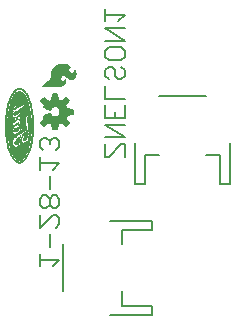
<source format=gbo>
G75*
G70*
%OFA0B0*%
%FSLAX24Y24*%
%IPPOS*%
%LPD*%
%AMOC8*
5,1,8,0,0,1.08239X$1,22.5*
%
%ADD10C,0.0060*%
%ADD11R,0.0010X0.0240*%
%ADD12R,0.0010X0.0550*%
%ADD13R,0.0010X0.0710*%
%ADD14R,0.0010X0.0860*%
%ADD15R,0.0010X0.1010*%
%ADD16R,0.0010X0.0450*%
%ADD17R,0.0010X0.0340*%
%ADD18R,0.0010X0.0300*%
%ADD19R,0.0010X0.0310*%
%ADD20R,0.0010X0.0270*%
%ADD21R,0.0010X0.0250*%
%ADD22R,0.0010X0.0540*%
%ADD23R,0.0010X0.0210*%
%ADD24R,0.0010X0.0690*%
%ADD25R,0.0010X0.0170*%
%ADD26R,0.0010X0.0830*%
%ADD27R,0.0010X0.0180*%
%ADD28R,0.0010X0.0150*%
%ADD29R,0.0010X0.0970*%
%ADD30R,0.0010X0.0160*%
%ADD31R,0.0010X0.1100*%
%ADD32R,0.0010X0.1230*%
%ADD33R,0.0010X0.0140*%
%ADD34R,0.0010X0.1330*%
%ADD35R,0.0010X0.1390*%
%ADD36R,0.0010X0.0130*%
%ADD37R,0.0010X0.1470*%
%ADD38R,0.0010X0.0120*%
%ADD39R,0.0010X0.1560*%
%ADD40R,0.0010X0.0110*%
%ADD41R,0.0010X0.1610*%
%ADD42R,0.0010X0.0100*%
%ADD43R,0.0010X0.1670*%
%ADD44R,0.0010X0.1720*%
%ADD45R,0.0010X0.1770*%
%ADD46R,0.0010X0.0090*%
%ADD47R,0.0010X0.1810*%
%ADD48R,0.0010X0.0080*%
%ADD49R,0.0010X0.0260*%
%ADD50R,0.0010X0.0400*%
%ADD51R,0.0010X0.0230*%
%ADD52R,0.0010X0.0050*%
%ADD53R,0.0010X0.0070*%
%ADD54R,0.0010X0.0320*%
%ADD55R,0.0010X0.0010*%
%ADD56R,0.0010X0.0040*%
%ADD57R,0.0010X0.0330*%
%ADD58R,0.0010X0.0020*%
%ADD59R,0.0010X0.0200*%
%ADD60R,0.0010X0.0030*%
%ADD61R,0.0010X0.0410*%
%ADD62R,0.0010X0.0060*%
%ADD63R,0.0010X0.0420*%
%ADD64R,0.0010X0.0360*%
%ADD65R,0.0010X0.0370*%
%ADD66R,0.0010X0.0380*%
%ADD67R,0.0010X0.0430*%
%ADD68R,0.0010X0.0390*%
%ADD69R,0.0010X0.0440*%
%ADD70R,0.0010X0.0190*%
%ADD71R,0.0010X0.0560*%
%ADD72R,0.0010X0.0220*%
%ADD73R,0.0010X0.0460*%
%ADD74R,0.0010X0.0470*%
%ADD75R,0.0010X0.0490*%
%ADD76R,0.0010X0.0500*%
%ADD77R,0.0010X0.0510*%
%ADD78R,0.0010X0.0520*%
%ADD79R,0.0010X0.0530*%
%ADD80R,0.0010X0.0750*%
%ADD81R,0.0010X0.0740*%
%ADD82R,0.0010X0.0730*%
%ADD83R,0.0010X0.0840*%
%ADD84R,0.0010X0.0670*%
%ADD85R,0.0010X0.0650*%
%ADD86R,0.0010X0.0480*%
%ADD87R,0.0010X0.0620*%
%ADD88R,0.0010X0.0700*%
%ADD89R,0.0010X0.0610*%
%ADD90R,0.0010X0.0590*%
%ADD91R,0.0010X0.0580*%
%ADD92R,0.0010X0.1140*%
%ADD93R,0.0010X0.1130*%
%ADD94R,0.0010X0.1200*%
%ADD95R,0.0010X0.0780*%
%ADD96R,0.0010X0.0290*%
%ADD97R,0.0010X0.0640*%
%ADD98R,0.0010X0.0570*%
%ADD99R,0.0010X0.0280*%
%ADD100R,0.0010X0.0350*%
%ADD101R,0.0010X0.0850*%
%ADD102R,0.0010X0.0880*%
%ADD103R,0.0010X0.0900*%
%ADD104R,0.0010X0.1240*%
%ADD105R,0.0010X0.1110*%
%ADD106R,0.0010X0.0870*%
%ADD107R,0.0010X0.0720*%
%ADD108C,0.0010*%
%ADD109C,0.0059*%
%ADD110C,0.0080*%
D10*
X005166Y003199D02*
X005166Y003626D01*
X005166Y003413D02*
X005807Y003413D01*
X005593Y003199D01*
X005486Y003844D02*
X005486Y004271D01*
X005700Y004488D02*
X005807Y004595D01*
X005807Y004808D01*
X005700Y004915D01*
X005593Y004915D01*
X005166Y004488D01*
X005166Y004915D01*
X005273Y005133D02*
X005379Y005133D01*
X005486Y005239D01*
X005486Y005453D01*
X005379Y005560D01*
X005273Y005560D01*
X005166Y005453D01*
X005166Y005239D01*
X005273Y005133D01*
X005486Y005239D02*
X005593Y005133D01*
X005700Y005133D01*
X005807Y005239D01*
X005807Y005453D01*
X005700Y005560D01*
X005593Y005560D01*
X005486Y005453D01*
X005486Y005777D02*
X005486Y006204D01*
X005593Y006422D02*
X005807Y006635D01*
X005166Y006635D01*
X005166Y006422D02*
X005166Y006849D01*
X005273Y007066D02*
X005166Y007173D01*
X005166Y007387D01*
X005273Y007493D01*
X005379Y007493D01*
X005486Y007387D01*
X005486Y007280D01*
X005486Y007387D02*
X005593Y007493D01*
X005700Y007493D01*
X005807Y007387D01*
X005807Y007173D01*
X005700Y007066D01*
X007346Y007276D02*
X007346Y006849D01*
X007453Y006849D01*
X007880Y007276D01*
X007987Y007276D01*
X007987Y006849D01*
X007987Y007494D02*
X007346Y007494D01*
X007346Y007921D02*
X007987Y007921D01*
X007987Y008138D02*
X007346Y008138D01*
X007346Y008565D01*
X007346Y008783D02*
X007346Y009210D01*
X007453Y009427D02*
X007346Y009534D01*
X007346Y009747D01*
X007453Y009854D01*
X007559Y009854D01*
X007666Y009747D01*
X007666Y009534D01*
X007773Y009427D01*
X007880Y009427D01*
X007987Y009534D01*
X007987Y009747D01*
X007880Y009854D01*
X007880Y010072D02*
X007453Y010072D01*
X007346Y010179D01*
X007346Y010392D01*
X007453Y010499D01*
X007880Y010499D01*
X007987Y010392D01*
X007987Y010179D01*
X007880Y010072D01*
X007987Y010716D02*
X007346Y010716D01*
X007346Y011143D02*
X007987Y011143D01*
X007773Y011361D02*
X007987Y011574D01*
X007346Y011574D01*
X007346Y011361D02*
X007346Y011788D01*
X007346Y011143D02*
X007987Y010716D01*
X007987Y008783D02*
X007346Y008783D01*
X007666Y008352D02*
X007666Y008138D01*
X007987Y008138D02*
X007987Y008565D01*
X007346Y007921D02*
X007987Y007494D01*
D11*
X004476Y007384D03*
X004466Y007374D03*
X004026Y007884D03*
D12*
X004036Y007879D03*
X004456Y008759D03*
X004476Y008769D03*
X004486Y008769D03*
X004886Y007879D03*
D13*
X004046Y007879D03*
D14*
X004056Y007884D03*
D15*
X004066Y007879D03*
X004936Y007879D03*
D16*
X004786Y008459D03*
X004596Y008789D03*
X004396Y008779D03*
X004076Y008229D03*
X004076Y007539D03*
X004436Y006959D03*
X004706Y007109D03*
D17*
X004806Y007314D03*
X004316Y007024D03*
X004086Y007434D03*
X004086Y008334D03*
D18*
X004266Y007524D03*
X004096Y007374D03*
X004726Y007554D03*
X004736Y007564D03*
D19*
X004266Y007109D03*
X004276Y007089D03*
X004096Y008389D03*
D20*
X004106Y008449D03*
X004106Y007319D03*
D21*
X004116Y007259D03*
X004276Y007519D03*
X004976Y007879D03*
X004116Y008509D03*
D22*
X004496Y008774D03*
X004756Y008504D03*
X004116Y007884D03*
X004626Y007054D03*
X004516Y006984D03*
D23*
X004426Y007349D03*
X004496Y007409D03*
X004506Y007419D03*
X004516Y007419D03*
X004286Y007529D03*
X004126Y007209D03*
X004896Y007279D03*
X004296Y008079D03*
X004286Y008079D03*
X004126Y008559D03*
X004896Y008489D03*
D24*
X004716Y008519D03*
X004636Y008159D03*
X004626Y008159D03*
X004616Y008149D03*
X004606Y008149D03*
X004876Y007879D03*
X004126Y007879D03*
D25*
X004326Y008079D03*
X004336Y008079D03*
X004776Y008069D03*
X004866Y008609D03*
X004386Y007329D03*
X004136Y007159D03*
X004866Y007159D03*
D26*
X004866Y007879D03*
X004136Y007879D03*
D27*
X004316Y008074D03*
X004136Y008604D03*
D28*
X004156Y008679D03*
X004406Y008309D03*
X004846Y008679D03*
X004716Y007819D03*
X004556Y007689D03*
X004856Y007119D03*
X004846Y007089D03*
X004836Y007059D03*
X004826Y007029D03*
X004176Y007029D03*
X004166Y007059D03*
X004156Y007089D03*
X004146Y007119D03*
D29*
X004146Y007879D03*
X004856Y007879D03*
D30*
X004346Y008084D03*
X004146Y008644D03*
X004856Y008644D03*
D31*
X004156Y007884D03*
D32*
X004166Y007879D03*
D33*
X004266Y007814D03*
X004386Y007744D03*
X004396Y007754D03*
X004406Y007754D03*
X004416Y007754D03*
X004526Y007674D03*
X004376Y007324D03*
X004186Y007004D03*
X004196Y006984D03*
X004376Y008294D03*
X004396Y008304D03*
X004416Y008314D03*
X004426Y008314D03*
X004166Y008704D03*
X004176Y008734D03*
X004826Y008734D03*
X004836Y008704D03*
D34*
X004826Y007879D03*
X004176Y007879D03*
D35*
X004186Y007879D03*
D36*
X004276Y007829D03*
X004366Y007739D03*
X004376Y007739D03*
X004426Y007759D03*
X004436Y007769D03*
X004446Y007769D03*
X004516Y007659D03*
X004296Y007489D03*
X004816Y006999D03*
X004526Y008229D03*
X004436Y008319D03*
X004386Y008299D03*
X004366Y008289D03*
X004186Y008759D03*
X004196Y008779D03*
D37*
X004196Y007879D03*
D38*
X004356Y007734D03*
X004456Y007774D03*
X004506Y007644D03*
X004356Y007544D03*
X004306Y007494D03*
X004366Y007314D03*
X004676Y007454D03*
X004686Y007454D03*
X004696Y007454D03*
X004696Y007604D03*
X004436Y008134D03*
X004356Y008284D03*
X004446Y008324D03*
X004456Y008334D03*
X004816Y008764D03*
X004216Y008824D03*
X004206Y008804D03*
X004206Y006964D03*
D39*
X004206Y007884D03*
D40*
X004286Y007839D03*
X004296Y007849D03*
X004346Y007729D03*
X004416Y007579D03*
X004396Y007569D03*
X004386Y007559D03*
X004366Y007549D03*
X004346Y007539D03*
X004336Y007529D03*
X004496Y007639D03*
X004596Y007539D03*
X004666Y007589D03*
X004686Y007599D03*
X004666Y007449D03*
X004726Y007809D03*
X004526Y007899D03*
X004426Y008129D03*
X004346Y008279D03*
X004806Y006969D03*
X004216Y006939D03*
D41*
X004216Y007879D03*
D42*
X004416Y008124D03*
X004516Y008224D03*
X004466Y008334D03*
X004266Y008314D03*
X004466Y007774D03*
X004336Y007724D03*
X004406Y007574D03*
X004426Y007584D03*
X004456Y007604D03*
X004476Y007614D03*
X004486Y007624D03*
X004376Y007554D03*
X004326Y007514D03*
X004316Y007504D03*
X004356Y007314D03*
X004616Y007554D03*
X004626Y007564D03*
X004636Y007574D03*
X004646Y007584D03*
X004656Y007584D03*
X004676Y007594D03*
X004796Y006944D03*
X004756Y006864D03*
X004746Y006844D03*
X004246Y006874D03*
X004236Y006894D03*
X004226Y006914D03*
X004226Y008844D03*
X004236Y008864D03*
X004746Y008914D03*
X004756Y008894D03*
X004766Y008874D03*
X004776Y008854D03*
X004786Y008834D03*
X004796Y008814D03*
X004806Y008794D03*
D43*
X004226Y007879D03*
D44*
X004236Y007884D03*
D45*
X004246Y007879D03*
D46*
X004306Y007859D03*
X004316Y007869D03*
X004326Y007879D03*
X004336Y007879D03*
X004346Y007889D03*
X004516Y007899D03*
X004466Y007609D03*
X004446Y007599D03*
X004436Y007589D03*
X004606Y007549D03*
X004656Y007439D03*
X004786Y006929D03*
X004776Y006909D03*
X004766Y006889D03*
X004736Y006829D03*
X004266Y006839D03*
X004256Y006859D03*
X004336Y008269D03*
X004476Y008339D03*
X004246Y008889D03*
D47*
X004256Y007879D03*
D48*
X004356Y007894D03*
X004366Y007904D03*
X004376Y007914D03*
X004386Y007914D03*
X004396Y007924D03*
X004476Y007784D03*
X004606Y007694D03*
X004586Y007504D03*
X004646Y007434D03*
X004326Y007724D03*
X004506Y008224D03*
X004326Y008264D03*
X004376Y008474D03*
X004386Y008474D03*
X004396Y008484D03*
X004256Y008904D03*
X004266Y008924D03*
X004296Y008974D03*
X004726Y008954D03*
X004736Y008934D03*
X004276Y006824D03*
X004286Y006804D03*
X004296Y006794D03*
X004726Y006814D03*
D49*
X004916Y007394D03*
X004696Y007854D03*
X004266Y008094D03*
X004916Y008374D03*
D50*
X004626Y008784D03*
X004296Y008674D03*
X004286Y008654D03*
X004276Y008634D03*
X004266Y008614D03*
D51*
X004276Y008079D03*
X004486Y007399D03*
X004456Y007369D03*
X004906Y007339D03*
X004906Y008429D03*
D52*
X004476Y008209D03*
X004466Y008199D03*
X004366Y008039D03*
X004436Y007949D03*
X004456Y007959D03*
X004486Y007889D03*
X004666Y007729D03*
X004656Y007719D03*
X004566Y007459D03*
X004606Y006689D03*
X004586Y006679D03*
X004566Y006669D03*
X004556Y006669D03*
X004536Y006659D03*
X004526Y006659D03*
X004486Y006659D03*
X004476Y006659D03*
X004466Y006659D03*
X004446Y006669D03*
X004436Y006669D03*
X004416Y006679D03*
X004396Y006689D03*
X004276Y008329D03*
X004396Y009079D03*
X004416Y009089D03*
X004436Y009099D03*
X004446Y009099D03*
X004466Y009109D03*
X004476Y009109D03*
X004486Y009109D03*
X004496Y009109D03*
X004506Y009109D03*
X004516Y009109D03*
X004526Y009109D03*
X004536Y009109D03*
X004556Y009099D03*
X004566Y009099D03*
X004586Y009089D03*
X004606Y009079D03*
D53*
X004716Y008969D03*
X004316Y008999D03*
X004306Y008989D03*
X004286Y008959D03*
X004276Y008939D03*
X004366Y008459D03*
X004496Y008219D03*
X004406Y008119D03*
X004356Y008049D03*
X004416Y007939D03*
X004406Y007929D03*
X004506Y007899D03*
X004566Y007719D03*
X004616Y007699D03*
X004736Y007809D03*
X004716Y006799D03*
X004316Y006769D03*
X004306Y006779D03*
D54*
X004296Y007054D03*
X004286Y007074D03*
X004786Y008044D03*
D55*
X004496Y008059D03*
X004466Y008089D03*
X004456Y007879D03*
X004506Y007809D03*
X004516Y007809D03*
X004596Y007659D03*
X004316Y007619D03*
X004286Y008339D03*
X004486Y008419D03*
X004496Y008419D03*
D56*
X004516Y008414D03*
X004326Y008434D03*
X004456Y008194D03*
X004446Y008184D03*
X004466Y007974D03*
X004616Y007774D03*
X004626Y007774D03*
X004636Y007774D03*
X004746Y007804D03*
X004786Y007604D03*
X004636Y007424D03*
X004546Y007534D03*
X004296Y007604D03*
X004346Y007304D03*
X004496Y006654D03*
X004506Y006654D03*
X004516Y006654D03*
D57*
X004306Y007039D03*
D58*
X004306Y007614D03*
X004466Y007884D03*
X004386Y008034D03*
X004456Y008084D03*
X004506Y008064D03*
X004356Y008154D03*
X004656Y007784D03*
D59*
X004306Y008074D03*
X004886Y008534D03*
X004416Y007344D03*
X004406Y007344D03*
X004886Y007234D03*
D60*
X004646Y007779D03*
X004606Y007769D03*
X004526Y007809D03*
X004496Y007799D03*
X004476Y007889D03*
X004476Y007979D03*
X004516Y008069D03*
X004446Y008089D03*
X004396Y008119D03*
X004376Y008039D03*
X004306Y008259D03*
X004316Y008419D03*
X004506Y008419D03*
D61*
X004306Y008689D03*
X004736Y007149D03*
X004386Y006969D03*
D62*
X004326Y006754D03*
X004336Y006744D03*
X004346Y006734D03*
X004356Y006724D03*
X004366Y006714D03*
X004376Y006704D03*
X004386Y006694D03*
X004406Y006684D03*
X004426Y006674D03*
X004456Y006664D03*
X004546Y006664D03*
X004576Y006674D03*
X004596Y006684D03*
X004616Y006694D03*
X004626Y006704D03*
X004636Y006714D03*
X004646Y006724D03*
X004656Y006734D03*
X004666Y006744D03*
X004676Y006754D03*
X004686Y006764D03*
X004696Y006774D03*
X004706Y006784D03*
X004576Y007484D03*
X004536Y007514D03*
X004526Y007504D03*
X004626Y007704D03*
X004636Y007704D03*
X004646Y007714D03*
X004676Y007734D03*
X004486Y007794D03*
X004496Y007894D03*
X004446Y007954D03*
X004426Y007944D03*
X004526Y008064D03*
X004486Y008214D03*
X004486Y008344D03*
X004526Y008414D03*
X004356Y008454D03*
X004346Y008444D03*
X004336Y008444D03*
X004316Y008264D03*
X004316Y007724D03*
X004326Y009014D03*
X004336Y009024D03*
X004346Y009034D03*
X004356Y009044D03*
X004366Y009054D03*
X004376Y009064D03*
X004386Y009074D03*
X004406Y009084D03*
X004426Y009094D03*
X004456Y009104D03*
X004546Y009104D03*
X004576Y009094D03*
X004596Y009084D03*
X004616Y009074D03*
X004626Y009064D03*
X004636Y009054D03*
X004646Y009044D03*
X004656Y009034D03*
X004666Y009024D03*
X004676Y009014D03*
X004686Y009004D03*
X004696Y008994D03*
X004706Y008984D03*
D63*
X004616Y008784D03*
X004336Y008734D03*
X004326Y008714D03*
X004316Y008704D03*
X004726Y007134D03*
X004406Y006964D03*
X004396Y006964D03*
D64*
X004326Y007014D03*
X004766Y007204D03*
X004816Y007364D03*
X004926Y008274D03*
D65*
X004646Y008779D03*
X004926Y007489D03*
X004336Y006999D03*
D66*
X004346Y006994D03*
X004356Y006984D03*
X004366Y006984D03*
X004756Y007184D03*
X004536Y007794D03*
D67*
X004536Y008239D03*
X004346Y008739D03*
X004356Y008749D03*
X004366Y008759D03*
X004606Y008789D03*
X004416Y006959D03*
D68*
X004376Y006979D03*
X004746Y007169D03*
X004636Y008779D03*
D69*
X004386Y008774D03*
X004376Y008764D03*
X004716Y007124D03*
X004426Y006964D03*
D70*
X004396Y007339D03*
X004776Y007589D03*
X004876Y007199D03*
X004876Y008569D03*
D71*
X004466Y008764D03*
X004446Y008754D03*
X004436Y008744D03*
X004426Y008744D03*
X004416Y008734D03*
X004406Y008734D03*
X004616Y007044D03*
D72*
X004436Y007354D03*
X004446Y007364D03*
X004706Y007844D03*
D73*
X004696Y007094D03*
X004446Y006954D03*
X004586Y008784D03*
D74*
X004576Y008789D03*
X004456Y006959D03*
D75*
X004466Y006959D03*
X004676Y007079D03*
X004556Y008789D03*
D76*
X004546Y008784D03*
X004476Y006964D03*
D77*
X004486Y006969D03*
X004666Y007069D03*
X004766Y008489D03*
D78*
X004536Y008784D03*
X004526Y008784D03*
X004656Y007064D03*
X004496Y006974D03*
D79*
X004506Y006979D03*
X004636Y007059D03*
X004646Y007059D03*
X004516Y008779D03*
X004506Y008779D03*
D80*
X004556Y007099D03*
X004526Y007089D03*
D81*
X004536Y007084D03*
D82*
X004546Y007089D03*
X004706Y008519D03*
D83*
X004546Y008034D03*
D84*
X004556Y008129D03*
X004566Y008129D03*
D85*
X004566Y007059D03*
D86*
X004686Y007084D03*
X004776Y008474D03*
X004566Y008784D03*
D87*
X004576Y007054D03*
D88*
X004576Y008124D03*
X004586Y008124D03*
X004596Y008134D03*
X004646Y008164D03*
D89*
X004736Y008509D03*
X004586Y007049D03*
D90*
X004596Y007049D03*
D91*
X004606Y007044D03*
D92*
X004656Y008384D03*
D93*
X004666Y008379D03*
X004676Y008359D03*
D94*
X004686Y008314D03*
D95*
X004696Y008504D03*
D96*
X004746Y007579D03*
X004716Y007549D03*
X004706Y007539D03*
D97*
X004726Y008514D03*
D98*
X004746Y008509D03*
X004966Y007879D03*
D99*
X004766Y007614D03*
X004756Y007594D03*
D100*
X004796Y007279D03*
X004786Y007249D03*
X004776Y007219D03*
D101*
X004796Y008239D03*
D102*
X004806Y008184D03*
D103*
X004816Y008124D03*
D104*
X004836Y007884D03*
D105*
X004846Y007879D03*
D106*
X004946Y007879D03*
D107*
X004956Y007884D03*
D108*
X005247Y009219D02*
X005463Y009411D01*
X005494Y009445D01*
X005518Y009485D01*
X005523Y009500D01*
X005526Y009515D01*
X005526Y009605D01*
X005531Y009659D01*
X005545Y009711D01*
X005569Y009759D01*
X005601Y009805D01*
X005639Y009845D01*
X005683Y009880D01*
X005749Y009917D01*
X005821Y009942D01*
X005896Y009953D01*
X005972Y009951D01*
X006013Y009943D01*
X006052Y009929D01*
X006089Y009909D01*
X006134Y009873D01*
X006170Y009829D01*
X006135Y009829D01*
X006129Y009828D01*
X006124Y009826D01*
X006110Y009814D01*
X006099Y009799D01*
X006096Y009791D01*
X006094Y009768D01*
X006098Y009746D01*
X006108Y009726D01*
X006134Y009690D01*
X006148Y009673D01*
X006165Y009659D01*
X006184Y009648D01*
X006204Y009639D01*
X006217Y009636D01*
X006230Y009637D01*
X006252Y009644D01*
X006271Y009656D01*
X006347Y009656D01*
X006347Y009661D02*
X006350Y009626D01*
X006347Y009592D01*
X006338Y009559D01*
X006323Y009528D01*
X006301Y009497D01*
X006275Y009470D01*
X006251Y009453D01*
X006224Y009443D01*
X006195Y009439D01*
X006166Y009443D01*
X006139Y009454D01*
X006070Y009501D01*
X006009Y009558D01*
X005991Y009573D01*
X005970Y009583D01*
X005947Y009587D01*
X005924Y009586D01*
X005902Y009578D01*
X005883Y009565D01*
X005868Y009547D01*
X005856Y009525D01*
X005848Y009501D01*
X005844Y009476D01*
X005845Y009447D01*
X005854Y009419D01*
X005869Y009394D01*
X005883Y009381D01*
X005900Y009372D01*
X005918Y009368D01*
X005935Y009368D01*
X005953Y009372D01*
X005960Y009376D01*
X005965Y009381D01*
X005989Y009414D01*
X005992Y009420D01*
X005994Y009427D01*
X005993Y009434D01*
X005996Y009415D01*
X005999Y009378D01*
X005996Y009341D01*
X005989Y009314D01*
X005976Y009288D01*
X005959Y009266D01*
X005937Y009247D01*
X005908Y009231D01*
X005877Y009222D01*
X005844Y009219D01*
X005247Y009219D01*
X005251Y009222D02*
X005878Y009222D01*
X005907Y009231D02*
X005260Y009231D01*
X005270Y009239D02*
X005923Y009239D01*
X005938Y009248D02*
X005279Y009248D01*
X005289Y009256D02*
X005948Y009256D01*
X005958Y009265D02*
X005298Y009265D01*
X005308Y009273D02*
X005965Y009273D01*
X005971Y009282D02*
X005318Y009282D01*
X005327Y009290D02*
X005977Y009290D01*
X005981Y009299D02*
X005337Y009299D01*
X005346Y009307D02*
X005986Y009307D01*
X005989Y009316D02*
X005356Y009316D01*
X005365Y009324D02*
X005992Y009324D01*
X005994Y009333D02*
X005375Y009333D01*
X005385Y009341D02*
X005996Y009341D01*
X005997Y009350D02*
X005394Y009350D01*
X005404Y009358D02*
X005997Y009358D01*
X005998Y009367D02*
X005413Y009367D01*
X005423Y009375D02*
X005894Y009375D01*
X005880Y009384D02*
X005432Y009384D01*
X005442Y009392D02*
X005871Y009392D01*
X005865Y009401D02*
X005452Y009401D01*
X005461Y009409D02*
X005860Y009409D01*
X005855Y009418D02*
X005469Y009418D01*
X005477Y009426D02*
X005852Y009426D01*
X005849Y009435D02*
X005485Y009435D01*
X005493Y009443D02*
X005847Y009443D01*
X005845Y009452D02*
X005498Y009452D01*
X005503Y009460D02*
X005845Y009460D01*
X005844Y009469D02*
X005508Y009469D01*
X005513Y009477D02*
X005844Y009477D01*
X005846Y009486D02*
X005518Y009486D01*
X005521Y009494D02*
X005847Y009494D01*
X005849Y009503D02*
X005524Y009503D01*
X005525Y009511D02*
X005851Y009511D01*
X005854Y009520D02*
X005526Y009520D01*
X005526Y009528D02*
X005858Y009528D01*
X005862Y009537D02*
X005526Y009537D01*
X005526Y009545D02*
X005867Y009545D01*
X005874Y009554D02*
X005526Y009554D01*
X005526Y009562D02*
X005881Y009562D01*
X005892Y009571D02*
X005526Y009571D01*
X005526Y009579D02*
X005907Y009579D01*
X005978Y009579D02*
X006344Y009579D01*
X006342Y009571D02*
X005994Y009571D01*
X006004Y009562D02*
X006339Y009562D01*
X006336Y009554D02*
X006013Y009554D01*
X006022Y009545D02*
X006332Y009545D01*
X006327Y009537D02*
X006031Y009537D01*
X006040Y009528D02*
X006323Y009528D01*
X006317Y009520D02*
X006050Y009520D01*
X006059Y009511D02*
X006311Y009511D01*
X006305Y009503D02*
X006068Y009503D01*
X006079Y009494D02*
X006298Y009494D01*
X006290Y009486D02*
X006092Y009486D01*
X006104Y009477D02*
X006282Y009477D01*
X006273Y009469D02*
X006117Y009469D01*
X006130Y009460D02*
X006261Y009460D01*
X006248Y009452D02*
X006144Y009452D01*
X006165Y009443D02*
X006226Y009443D01*
X006346Y009588D02*
X005526Y009588D01*
X005526Y009596D02*
X006348Y009596D01*
X006348Y009605D02*
X005526Y009605D01*
X005527Y009613D02*
X006349Y009613D01*
X006350Y009622D02*
X005528Y009622D01*
X005528Y009630D02*
X006350Y009630D01*
X006349Y009639D02*
X006236Y009639D01*
X006258Y009647D02*
X006348Y009647D01*
X006347Y009661D02*
X006338Y009696D01*
X006334Y009705D01*
X006328Y009719D01*
X006319Y009739D01*
X006306Y009756D01*
X006305Y009757D01*
X006305Y009757D01*
X006305Y009733D01*
X006303Y009712D01*
X006297Y009692D01*
X006286Y009672D01*
X006271Y009656D01*
X006279Y009664D02*
X006346Y009664D01*
X006344Y009673D02*
X006287Y009673D01*
X006291Y009681D02*
X006342Y009681D01*
X006340Y009690D02*
X006296Y009690D01*
X006299Y009698D02*
X006337Y009698D01*
X006333Y009707D02*
X006301Y009707D01*
X006303Y009715D02*
X006330Y009715D01*
X006326Y009724D02*
X006304Y009724D01*
X006305Y009732D02*
X006322Y009732D01*
X006318Y009741D02*
X006305Y009741D01*
X006305Y009749D02*
X006311Y009749D01*
X006205Y009639D02*
X005529Y009639D01*
X005530Y009647D02*
X006184Y009647D01*
X006170Y009656D02*
X005531Y009656D01*
X005532Y009664D02*
X006159Y009664D01*
X006149Y009673D02*
X005535Y009673D01*
X005537Y009681D02*
X006141Y009681D01*
X006134Y009690D02*
X005540Y009690D01*
X005542Y009698D02*
X006128Y009698D01*
X006122Y009707D02*
X005544Y009707D01*
X005548Y009715D02*
X006116Y009715D01*
X006110Y009724D02*
X005552Y009724D01*
X005556Y009732D02*
X006105Y009732D01*
X006100Y009741D02*
X005560Y009741D01*
X005564Y009749D02*
X006097Y009749D01*
X006096Y009758D02*
X005568Y009758D01*
X005574Y009766D02*
X006094Y009766D01*
X006094Y009775D02*
X005580Y009775D01*
X005586Y009783D02*
X006095Y009783D01*
X006096Y009792D02*
X005592Y009792D01*
X005598Y009800D02*
X006100Y009800D01*
X006106Y009809D02*
X005605Y009809D01*
X005613Y009817D02*
X006113Y009817D01*
X006124Y009826D02*
X005621Y009826D01*
X005629Y009834D02*
X006166Y009834D01*
X006159Y009843D02*
X005637Y009843D01*
X005647Y009851D02*
X006152Y009851D01*
X006145Y009860D02*
X005658Y009860D01*
X005668Y009868D02*
X006138Y009868D01*
X006129Y009877D02*
X005679Y009877D01*
X005692Y009885D02*
X006119Y009885D01*
X006108Y009894D02*
X005707Y009894D01*
X005723Y009902D02*
X006097Y009902D01*
X006086Y009911D02*
X005738Y009911D01*
X005755Y009919D02*
X006070Y009919D01*
X006054Y009928D02*
X005780Y009928D01*
X005804Y009936D02*
X006031Y009936D01*
X006003Y009945D02*
X005840Y009945D01*
X005896Y009953D02*
X005898Y009953D01*
X005994Y009426D02*
X005994Y009426D01*
X005991Y009418D02*
X005996Y009418D01*
X005996Y009409D02*
X005986Y009409D01*
X005979Y009401D02*
X005997Y009401D01*
X005998Y009392D02*
X005973Y009392D01*
X005967Y009384D02*
X005998Y009384D01*
X005999Y009375D02*
X005959Y009375D01*
D109*
X005738Y008935D02*
X005594Y008935D01*
X005575Y008745D01*
X005511Y008724D01*
X005451Y008693D01*
X005302Y008814D01*
X005201Y008713D01*
X005322Y008564D01*
X005291Y008504D01*
X005495Y008420D01*
X005517Y008458D01*
X005547Y008490D01*
X005584Y008515D01*
X005626Y008529D01*
X005670Y008533D01*
X005714Y008527D01*
X005755Y008511D01*
X005791Y008485D01*
X005819Y008452D01*
X005839Y008412D01*
X005849Y008369D01*
X005849Y008325D01*
X005838Y008282D01*
X005817Y008243D01*
X005788Y008210D01*
X005751Y008185D01*
X005710Y008170D01*
X005666Y008164D01*
X005623Y008170D01*
X005582Y008185D01*
X005546Y008209D01*
X005517Y008241D01*
X005495Y008278D01*
X005291Y008194D01*
X005322Y008134D01*
X005201Y007985D01*
X005302Y007884D01*
X005451Y008005D01*
X005511Y007974D01*
X005575Y007953D01*
X005594Y007763D01*
X005738Y007763D01*
X005757Y007953D01*
X005821Y007974D01*
X005881Y008005D01*
X006030Y007884D01*
X006131Y007985D01*
X006010Y008134D01*
X006041Y008194D01*
X006062Y008258D01*
X006252Y008277D01*
X006252Y008421D01*
X006062Y008440D01*
X006041Y008504D01*
X006010Y008564D01*
X006131Y008713D01*
X006030Y008814D01*
X005881Y008693D01*
X005821Y008724D01*
X005757Y008745D01*
X005738Y008935D01*
X005740Y008915D02*
X005592Y008915D01*
X005586Y008857D02*
X005746Y008857D01*
X005752Y008800D02*
X005580Y008800D01*
X005567Y008742D02*
X005765Y008742D01*
X005941Y008742D02*
X006102Y008742D01*
X006109Y008685D02*
X005223Y008685D01*
X005230Y008742D02*
X005391Y008742D01*
X005320Y008800D02*
X005288Y008800D01*
X005270Y008627D02*
X006062Y008627D01*
X006015Y008570D02*
X005317Y008570D01*
X005295Y008512D02*
X005581Y008512D01*
X005515Y008455D02*
X005411Y008455D01*
X005365Y008224D02*
X005532Y008224D01*
X005646Y008167D02*
X005305Y008167D01*
X005302Y008109D02*
X006030Y008109D01*
X006027Y008167D02*
X005685Y008167D01*
X005800Y008224D02*
X006051Y008224D01*
X006077Y008052D02*
X005255Y008052D01*
X005208Y007994D02*
X005438Y007994D01*
X005471Y007994D02*
X005861Y007994D01*
X005894Y007994D02*
X006124Y007994D01*
X006082Y007937D02*
X005965Y007937D01*
X005756Y007937D02*
X005576Y007937D01*
X005582Y007879D02*
X005750Y007879D01*
X005744Y007821D02*
X005588Y007821D01*
X005594Y007764D02*
X005738Y007764D01*
X005367Y007937D02*
X005250Y007937D01*
X005838Y008282D02*
X006252Y008282D01*
X006252Y008339D02*
X005849Y008339D01*
X005843Y008397D02*
X006252Y008397D01*
X006057Y008455D02*
X005817Y008455D01*
X005751Y008512D02*
X006037Y008512D01*
X006044Y008800D02*
X006012Y008800D01*
D110*
X008341Y007305D02*
X008341Y005927D01*
X008656Y005927D01*
X008656Y006912D01*
X009129Y006912D01*
X010703Y006912D02*
X011176Y006912D01*
X011176Y005927D01*
X011491Y005927D01*
X011491Y007305D01*
X010703Y008880D02*
X009129Y008880D01*
X008888Y004724D02*
X007510Y004724D01*
X007903Y004409D02*
X007903Y003936D01*
X007903Y004409D02*
X008888Y004409D01*
X008888Y004724D01*
X007903Y002362D02*
X007903Y001889D01*
X008888Y001889D01*
X008888Y001574D01*
X007510Y001574D01*
X005935Y002362D02*
X005935Y003936D01*
M02*

</source>
